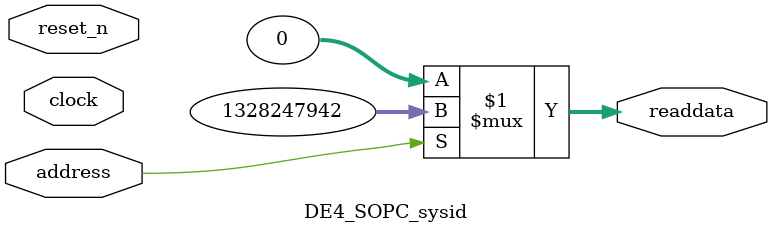
<source format=v>

`timescale 1ns / 1ps
// synthesis translate_on

// turn off superfluous verilog processor warnings 
// altera message_level Level1 
// altera message_off 10034 10035 10036 10037 10230 10240 10030 

module DE4_SOPC_sysid (
               // inputs:
                address,
                clock,
                reset_n,

               // outputs:
                readdata
             )
;

  output  [ 31: 0] readdata;
  input            address;
  input            clock;
  input            reset_n;

  wire    [ 31: 0] readdata;
  //control_slave, which is an e_avalon_slave
  assign readdata = address ? 1328247942 : 0;

endmodule




</source>
